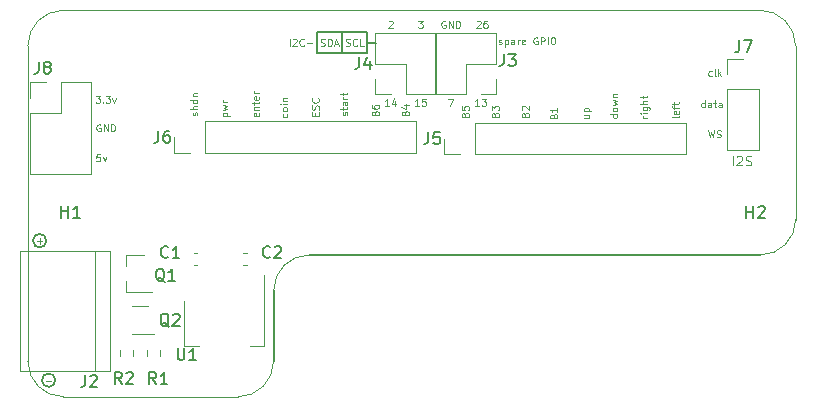
<source format=gbr>
G04 #@! TF.GenerationSoftware,KiCad,Pcbnew,(6.0.1)*
G04 #@! TF.CreationDate,2022-12-09T13:40:03+00:00*
G04 #@! TF.ProjectId,retropie-minicade-hat,72657472-6f70-4696-952d-6d696e696361,rev?*
G04 #@! TF.SameCoordinates,Original*
G04 #@! TF.FileFunction,Legend,Top*
G04 #@! TF.FilePolarity,Positive*
%FSLAX46Y46*%
G04 Gerber Fmt 4.6, Leading zero omitted, Abs format (unit mm)*
G04 Created by KiCad (PCBNEW (6.0.1)) date 2022-12-09 13:40:03*
%MOMM*%
%LPD*%
G01*
G04 APERTURE LIST*
%ADD10C,0.150000*%
G04 #@! TA.AperFunction,Profile*
%ADD11C,0.100000*%
G04 #@! TD*
G04 #@! TA.AperFunction,Profile*
%ADD12C,0.150000*%
G04 #@! TD*
%ADD13C,0.090000*%
%ADD14C,0.100000*%
%ADD15C,0.120000*%
G04 APERTURE END LIST*
D10*
X107188000Y-50038000D02*
X107950000Y-50038000D01*
X102997000Y-49149000D02*
X107188000Y-49149000D01*
X107188000Y-49149000D02*
X107188000Y-50927000D01*
X107188000Y-50927000D02*
X102997000Y-50927000D01*
X102997000Y-50927000D02*
X102997000Y-49149000D01*
X80831961Y-78613000D02*
G75*
G03*
X80831961Y-78613000I-567961J0D01*
G01*
X105092500Y-49149000D02*
X105092500Y-50927000D01*
X80069961Y-66802000D02*
G75*
G03*
X80069961Y-66802000I-567961J0D01*
G01*
D11*
X143510000Y-65024000D02*
X143499680Y-50291999D01*
X78499680Y-50291999D02*
X78499680Y-77013320D01*
D12*
X99314000Y-77018556D02*
X99314000Y-71013528D01*
D11*
X96314005Y-80013321D02*
G75*
G03*
X99314000Y-77018556I-2J3000002D01*
G01*
X140499680Y-47291999D02*
X81499680Y-47291999D01*
X81499680Y-80013320D02*
X96314005Y-80013320D01*
X102313995Y-68018763D02*
G75*
G03*
X99314000Y-71013528I2J-3000002D01*
G01*
D12*
X140510005Y-68018764D02*
X102313995Y-68018764D01*
D11*
X143499680Y-50291999D02*
G75*
G03*
X140499680Y-47291999I-3000001J-1D01*
G01*
X81499680Y-47291999D02*
G75*
G03*
X78499680Y-50291999I1J-3000001D01*
G01*
X140510005Y-68018765D02*
G75*
G03*
X143510000Y-65024000I-2J3000002D01*
G01*
X78499680Y-77013320D02*
G75*
G03*
X81499680Y-80013320I3000001J1D01*
G01*
D13*
X118067142Y-56122857D02*
X118095714Y-56037142D01*
X118124285Y-56008571D01*
X118181428Y-55980000D01*
X118267142Y-55980000D01*
X118324285Y-56008571D01*
X118352857Y-56037142D01*
X118381428Y-56094285D01*
X118381428Y-56322857D01*
X117781428Y-56322857D01*
X117781428Y-56122857D01*
X117810000Y-56065714D01*
X117838571Y-56037142D01*
X117895714Y-56008571D01*
X117952857Y-56008571D01*
X118010000Y-56037142D01*
X118038571Y-56065714D01*
X118067142Y-56122857D01*
X118067142Y-56322857D01*
X117781428Y-55780000D02*
X117781428Y-55408571D01*
X118010000Y-55608571D01*
X118010000Y-55522857D01*
X118038571Y-55465714D01*
X118067142Y-55437142D01*
X118124285Y-55408571D01*
X118267142Y-55408571D01*
X118324285Y-55437142D01*
X118352857Y-55465714D01*
X118381428Y-55522857D01*
X118381428Y-55694285D01*
X118352857Y-55751428D01*
X118324285Y-55780000D01*
X116509857Y-48242571D02*
X116538428Y-48214000D01*
X116595571Y-48185428D01*
X116738428Y-48185428D01*
X116795571Y-48214000D01*
X116824142Y-48242571D01*
X116852714Y-48299714D01*
X116852714Y-48356857D01*
X116824142Y-48442571D01*
X116481285Y-48785428D01*
X116852714Y-48785428D01*
X117367000Y-48185428D02*
X117252714Y-48185428D01*
X117195571Y-48214000D01*
X117167000Y-48242571D01*
X117109857Y-48328285D01*
X117081285Y-48442571D01*
X117081285Y-48671142D01*
X117109857Y-48728285D01*
X117138428Y-48756857D01*
X117195571Y-48785428D01*
X117309857Y-48785428D01*
X117367000Y-48756857D01*
X117395571Y-48728285D01*
X117424142Y-48671142D01*
X117424142Y-48528285D01*
X117395571Y-48471142D01*
X117367000Y-48442571D01*
X117309857Y-48414000D01*
X117195571Y-48414000D01*
X117138428Y-48442571D01*
X117109857Y-48471142D01*
X117081285Y-48528285D01*
X109048571Y-48242571D02*
X109077142Y-48214000D01*
X109134285Y-48185428D01*
X109277142Y-48185428D01*
X109334285Y-48214000D01*
X109362857Y-48242571D01*
X109391428Y-48299714D01*
X109391428Y-48356857D01*
X109362857Y-48442571D01*
X109020000Y-48785428D01*
X109391428Y-48785428D01*
X115527142Y-56122857D02*
X115555714Y-56037142D01*
X115584285Y-56008571D01*
X115641428Y-55980000D01*
X115727142Y-55980000D01*
X115784285Y-56008571D01*
X115812857Y-56037142D01*
X115841428Y-56094285D01*
X115841428Y-56322857D01*
X115241428Y-56322857D01*
X115241428Y-56122857D01*
X115270000Y-56065714D01*
X115298571Y-56037142D01*
X115355714Y-56008571D01*
X115412857Y-56008571D01*
X115470000Y-56037142D01*
X115498571Y-56065714D01*
X115527142Y-56122857D01*
X115527142Y-56322857D01*
X115241428Y-55437142D02*
X115241428Y-55722857D01*
X115527142Y-55751428D01*
X115498571Y-55722857D01*
X115470000Y-55665714D01*
X115470000Y-55522857D01*
X115498571Y-55465714D01*
X115527142Y-55437142D01*
X115584285Y-55408571D01*
X115727142Y-55408571D01*
X115784285Y-55437142D01*
X115812857Y-55465714D01*
X115841428Y-55522857D01*
X115841428Y-55665714D01*
X115812857Y-55722857D01*
X115784285Y-55751428D01*
X113842857Y-48214000D02*
X113785714Y-48185428D01*
X113700000Y-48185428D01*
X113614285Y-48214000D01*
X113557142Y-48271142D01*
X113528571Y-48328285D01*
X113500000Y-48442571D01*
X113500000Y-48528285D01*
X113528571Y-48642571D01*
X113557142Y-48699714D01*
X113614285Y-48756857D01*
X113700000Y-48785428D01*
X113757142Y-48785428D01*
X113842857Y-48756857D01*
X113871428Y-48728285D01*
X113871428Y-48528285D01*
X113757142Y-48528285D01*
X114128571Y-48785428D02*
X114128571Y-48185428D01*
X114471428Y-48785428D01*
X114471428Y-48185428D01*
X114757142Y-48785428D02*
X114757142Y-48185428D01*
X114900000Y-48185428D01*
X114985714Y-48214000D01*
X115042857Y-48271142D01*
X115071428Y-48328285D01*
X115100000Y-48442571D01*
X115100000Y-48528285D01*
X115071428Y-48642571D01*
X115042857Y-48699714D01*
X114985714Y-48756857D01*
X114900000Y-48785428D01*
X114757142Y-48785428D01*
X135812285Y-55516428D02*
X135812285Y-54916428D01*
X135812285Y-55487857D02*
X135755142Y-55516428D01*
X135640857Y-55516428D01*
X135583714Y-55487857D01*
X135555142Y-55459285D01*
X135526571Y-55402142D01*
X135526571Y-55230714D01*
X135555142Y-55173571D01*
X135583714Y-55145000D01*
X135640857Y-55116428D01*
X135755142Y-55116428D01*
X135812285Y-55145000D01*
X136355142Y-55516428D02*
X136355142Y-55202142D01*
X136326571Y-55145000D01*
X136269428Y-55116428D01*
X136155142Y-55116428D01*
X136098000Y-55145000D01*
X136355142Y-55487857D02*
X136298000Y-55516428D01*
X136155142Y-55516428D01*
X136098000Y-55487857D01*
X136069428Y-55430714D01*
X136069428Y-55373571D01*
X136098000Y-55316428D01*
X136155142Y-55287857D01*
X136298000Y-55287857D01*
X136355142Y-55259285D01*
X136555142Y-55116428D02*
X136783714Y-55116428D01*
X136640857Y-54916428D02*
X136640857Y-55430714D01*
X136669428Y-55487857D01*
X136726571Y-55516428D01*
X136783714Y-55516428D01*
X137240857Y-55516428D02*
X137240857Y-55202142D01*
X137212285Y-55145000D01*
X137155142Y-55116428D01*
X137040857Y-55116428D01*
X136983714Y-55145000D01*
X137240857Y-55487857D02*
X137183714Y-55516428D01*
X137040857Y-55516428D01*
X136983714Y-55487857D01*
X136955142Y-55430714D01*
X136955142Y-55373571D01*
X136983714Y-55316428D01*
X137040857Y-55287857D01*
X137183714Y-55287857D01*
X137240857Y-55259285D01*
X107907142Y-55995857D02*
X107935714Y-55910142D01*
X107964285Y-55881571D01*
X108021428Y-55853000D01*
X108107142Y-55853000D01*
X108164285Y-55881571D01*
X108192857Y-55910142D01*
X108221428Y-55967285D01*
X108221428Y-56195857D01*
X107621428Y-56195857D01*
X107621428Y-55995857D01*
X107650000Y-55938714D01*
X107678571Y-55910142D01*
X107735714Y-55881571D01*
X107792857Y-55881571D01*
X107850000Y-55910142D01*
X107878571Y-55938714D01*
X107907142Y-55995857D01*
X107907142Y-56195857D01*
X107621428Y-55338714D02*
X107621428Y-55453000D01*
X107650000Y-55510142D01*
X107678571Y-55538714D01*
X107764285Y-55595857D01*
X107878571Y-55624428D01*
X108107142Y-55624428D01*
X108164285Y-55595857D01*
X108192857Y-55567285D01*
X108221428Y-55510142D01*
X108221428Y-55395857D01*
X108192857Y-55338714D01*
X108164285Y-55310142D01*
X108107142Y-55281571D01*
X107964285Y-55281571D01*
X107907142Y-55310142D01*
X107878571Y-55338714D01*
X107850000Y-55395857D01*
X107850000Y-55510142D01*
X107878571Y-55567285D01*
X107907142Y-55595857D01*
X107964285Y-55624428D01*
X136394857Y-52820857D02*
X136337714Y-52849428D01*
X136223428Y-52849428D01*
X136166285Y-52820857D01*
X136137714Y-52792285D01*
X136109142Y-52735142D01*
X136109142Y-52563714D01*
X136137714Y-52506571D01*
X136166285Y-52478000D01*
X136223428Y-52449428D01*
X136337714Y-52449428D01*
X136394857Y-52478000D01*
X136737714Y-52849428D02*
X136680571Y-52820857D01*
X136652000Y-52763714D01*
X136652000Y-52249428D01*
X136966285Y-52849428D02*
X136966285Y-52249428D01*
X137023428Y-52620857D02*
X137194857Y-52849428D01*
X137194857Y-52449428D02*
X136966285Y-52678000D01*
X125601428Y-56149857D02*
X126001428Y-56149857D01*
X125601428Y-56407000D02*
X125915714Y-56407000D01*
X125972857Y-56378428D01*
X126001428Y-56321285D01*
X126001428Y-56235571D01*
X125972857Y-56178428D01*
X125944285Y-56149857D01*
X125601428Y-55864142D02*
X126201428Y-55864142D01*
X125630000Y-55864142D02*
X125601428Y-55807000D01*
X125601428Y-55692714D01*
X125630000Y-55635571D01*
X125658571Y-55607000D01*
X125715714Y-55578428D01*
X125887142Y-55578428D01*
X125944285Y-55607000D01*
X125972857Y-55635571D01*
X126001428Y-55692714D01*
X126001428Y-55807000D01*
X125972857Y-55864142D01*
X111560000Y-48185428D02*
X111931428Y-48185428D01*
X111731428Y-48414000D01*
X111817142Y-48414000D01*
X111874285Y-48442571D01*
X111902857Y-48471142D01*
X111931428Y-48528285D01*
X111931428Y-48671142D01*
X111902857Y-48728285D01*
X111874285Y-48756857D01*
X111817142Y-48785428D01*
X111645714Y-48785428D01*
X111588571Y-48756857D01*
X111560000Y-48728285D01*
X92825857Y-56187857D02*
X92854428Y-56130714D01*
X92854428Y-56016428D01*
X92825857Y-55959285D01*
X92768714Y-55930714D01*
X92740142Y-55930714D01*
X92683000Y-55959285D01*
X92654428Y-56016428D01*
X92654428Y-56102142D01*
X92625857Y-56159285D01*
X92568714Y-56187857D01*
X92540142Y-56187857D01*
X92483000Y-56159285D01*
X92454428Y-56102142D01*
X92454428Y-56016428D01*
X92483000Y-55959285D01*
X92854428Y-55673571D02*
X92254428Y-55673571D01*
X92854428Y-55416428D02*
X92540142Y-55416428D01*
X92483000Y-55445000D01*
X92454428Y-55502142D01*
X92454428Y-55587857D01*
X92483000Y-55645000D01*
X92511571Y-55673571D01*
X92854428Y-54873571D02*
X92254428Y-54873571D01*
X92825857Y-54873571D02*
X92854428Y-54930714D01*
X92854428Y-55045000D01*
X92825857Y-55102142D01*
X92797285Y-55130714D01*
X92740142Y-55159285D01*
X92568714Y-55159285D01*
X92511571Y-55130714D01*
X92483000Y-55102142D01*
X92454428Y-55045000D01*
X92454428Y-54930714D01*
X92483000Y-54873571D01*
X92454428Y-54587857D02*
X92854428Y-54587857D01*
X92511571Y-54587857D02*
X92483000Y-54559285D01*
X92454428Y-54502142D01*
X92454428Y-54416428D01*
X92483000Y-54359285D01*
X92540142Y-54330714D01*
X92854428Y-54330714D01*
X136109142Y-57456428D02*
X136252000Y-58056428D01*
X136366285Y-57627857D01*
X136480571Y-58056428D01*
X136623428Y-57456428D01*
X136823428Y-58027857D02*
X136909142Y-58056428D01*
X137052000Y-58056428D01*
X137109142Y-58027857D01*
X137137714Y-57999285D01*
X137166285Y-57942142D01*
X137166285Y-57885000D01*
X137137714Y-57827857D01*
X137109142Y-57799285D01*
X137052000Y-57770714D01*
X136937714Y-57742142D01*
X136880571Y-57713571D01*
X136852000Y-57685000D01*
X136823428Y-57627857D01*
X136823428Y-57570714D01*
X136852000Y-57513571D01*
X136880571Y-57485000D01*
X136937714Y-57456428D01*
X137080571Y-57456428D01*
X137166285Y-57485000D01*
X120607142Y-56122857D02*
X120635714Y-56037142D01*
X120664285Y-56008571D01*
X120721428Y-55980000D01*
X120807142Y-55980000D01*
X120864285Y-56008571D01*
X120892857Y-56037142D01*
X120921428Y-56094285D01*
X120921428Y-56322857D01*
X120321428Y-56322857D01*
X120321428Y-56122857D01*
X120350000Y-56065714D01*
X120378571Y-56037142D01*
X120435714Y-56008571D01*
X120492857Y-56008571D01*
X120550000Y-56037142D01*
X120578571Y-56065714D01*
X120607142Y-56122857D01*
X120607142Y-56322857D01*
X120378571Y-55751428D02*
X120350000Y-55722857D01*
X120321428Y-55665714D01*
X120321428Y-55522857D01*
X120350000Y-55465714D01*
X120378571Y-55437142D01*
X120435714Y-55408571D01*
X120492857Y-55408571D01*
X120578571Y-55437142D01*
X120921428Y-55780000D01*
X120921428Y-55408571D01*
X102827142Y-56213285D02*
X102827142Y-56013285D01*
X103141428Y-55927571D02*
X103141428Y-56213285D01*
X102541428Y-56213285D01*
X102541428Y-55927571D01*
X103112857Y-55699000D02*
X103141428Y-55613285D01*
X103141428Y-55470428D01*
X103112857Y-55413285D01*
X103084285Y-55384714D01*
X103027142Y-55356142D01*
X102970000Y-55356142D01*
X102912857Y-55384714D01*
X102884285Y-55413285D01*
X102855714Y-55470428D01*
X102827142Y-55584714D01*
X102798571Y-55641857D01*
X102770000Y-55670428D01*
X102712857Y-55699000D01*
X102655714Y-55699000D01*
X102598571Y-55670428D01*
X102570000Y-55641857D01*
X102541428Y-55584714D01*
X102541428Y-55441857D01*
X102570000Y-55356142D01*
X103084285Y-54756142D02*
X103112857Y-54784714D01*
X103141428Y-54870428D01*
X103141428Y-54927571D01*
X103112857Y-55013285D01*
X103055714Y-55070428D01*
X102998571Y-55099000D01*
X102884285Y-55127571D01*
X102798571Y-55127571D01*
X102684285Y-55099000D01*
X102627142Y-55070428D01*
X102570000Y-55013285D01*
X102541428Y-54927571D01*
X102541428Y-54870428D01*
X102570000Y-54784714D01*
X102598571Y-54756142D01*
X84232857Y-54535428D02*
X84604285Y-54535428D01*
X84404285Y-54764000D01*
X84490000Y-54764000D01*
X84547142Y-54792571D01*
X84575714Y-54821142D01*
X84604285Y-54878285D01*
X84604285Y-55021142D01*
X84575714Y-55078285D01*
X84547142Y-55106857D01*
X84490000Y-55135428D01*
X84318571Y-55135428D01*
X84261428Y-55106857D01*
X84232857Y-55078285D01*
X84861428Y-55078285D02*
X84890000Y-55106857D01*
X84861428Y-55135428D01*
X84832857Y-55106857D01*
X84861428Y-55078285D01*
X84861428Y-55135428D01*
X85090000Y-54535428D02*
X85461428Y-54535428D01*
X85261428Y-54764000D01*
X85347142Y-54764000D01*
X85404285Y-54792571D01*
X85432857Y-54821142D01*
X85461428Y-54878285D01*
X85461428Y-55021142D01*
X85432857Y-55078285D01*
X85404285Y-55106857D01*
X85347142Y-55135428D01*
X85175714Y-55135428D01*
X85118571Y-55106857D01*
X85090000Y-55078285D01*
X85661428Y-54735428D02*
X85804285Y-55135428D01*
X85947142Y-54735428D01*
X100673285Y-50309428D02*
X100673285Y-49709428D01*
X100930428Y-49766571D02*
X100959000Y-49738000D01*
X101016142Y-49709428D01*
X101159000Y-49709428D01*
X101216142Y-49738000D01*
X101244714Y-49766571D01*
X101273285Y-49823714D01*
X101273285Y-49880857D01*
X101244714Y-49966571D01*
X100901857Y-50309428D01*
X101273285Y-50309428D01*
X101873285Y-50252285D02*
X101844714Y-50280857D01*
X101759000Y-50309428D01*
X101701857Y-50309428D01*
X101616142Y-50280857D01*
X101559000Y-50223714D01*
X101530428Y-50166571D01*
X101501857Y-50052285D01*
X101501857Y-49966571D01*
X101530428Y-49852285D01*
X101559000Y-49795142D01*
X101616142Y-49738000D01*
X101701857Y-49709428D01*
X101759000Y-49709428D01*
X101844714Y-49738000D01*
X101873285Y-49766571D01*
X102130428Y-50080857D02*
X102587571Y-50080857D01*
X103301857Y-50280857D02*
X103387571Y-50309428D01*
X103530428Y-50309428D01*
X103587571Y-50280857D01*
X103616142Y-50252285D01*
X103644714Y-50195142D01*
X103644714Y-50138000D01*
X103616142Y-50080857D01*
X103587571Y-50052285D01*
X103530428Y-50023714D01*
X103416142Y-49995142D01*
X103359000Y-49966571D01*
X103330428Y-49938000D01*
X103301857Y-49880857D01*
X103301857Y-49823714D01*
X103330428Y-49766571D01*
X103359000Y-49738000D01*
X103416142Y-49709428D01*
X103559000Y-49709428D01*
X103644714Y-49738000D01*
X103901857Y-50309428D02*
X103901857Y-49709428D01*
X104044714Y-49709428D01*
X104130428Y-49738000D01*
X104187571Y-49795142D01*
X104216142Y-49852285D01*
X104244714Y-49966571D01*
X104244714Y-50052285D01*
X104216142Y-50166571D01*
X104187571Y-50223714D01*
X104130428Y-50280857D01*
X104044714Y-50309428D01*
X103901857Y-50309428D01*
X104473285Y-50138000D02*
X104759000Y-50138000D01*
X104416142Y-50309428D02*
X104616142Y-49709428D01*
X104816142Y-50309428D01*
X105444714Y-50280857D02*
X105530428Y-50309428D01*
X105673285Y-50309428D01*
X105730428Y-50280857D01*
X105759000Y-50252285D01*
X105787571Y-50195142D01*
X105787571Y-50138000D01*
X105759000Y-50080857D01*
X105730428Y-50052285D01*
X105673285Y-50023714D01*
X105559000Y-49995142D01*
X105501857Y-49966571D01*
X105473285Y-49938000D01*
X105444714Y-49880857D01*
X105444714Y-49823714D01*
X105473285Y-49766571D01*
X105501857Y-49738000D01*
X105559000Y-49709428D01*
X105701857Y-49709428D01*
X105787571Y-49738000D01*
X106387571Y-50252285D02*
X106359000Y-50280857D01*
X106273285Y-50309428D01*
X106216142Y-50309428D01*
X106130428Y-50280857D01*
X106073285Y-50223714D01*
X106044714Y-50166571D01*
X106016142Y-50052285D01*
X106016142Y-49966571D01*
X106044714Y-49852285D01*
X106073285Y-49795142D01*
X106130428Y-49738000D01*
X106216142Y-49709428D01*
X106273285Y-49709428D01*
X106359000Y-49738000D01*
X106387571Y-49766571D01*
X106930428Y-50309428D02*
X106644714Y-50309428D01*
X106644714Y-49709428D01*
X111645714Y-55389428D02*
X111302857Y-55389428D01*
X111474285Y-55389428D02*
X111474285Y-54789428D01*
X111417142Y-54875142D01*
X111360000Y-54932285D01*
X111302857Y-54960857D01*
X112188571Y-54789428D02*
X111902857Y-54789428D01*
X111874285Y-55075142D01*
X111902857Y-55046571D01*
X111960000Y-55018000D01*
X112102857Y-55018000D01*
X112160000Y-55046571D01*
X112188571Y-55075142D01*
X112217142Y-55132285D01*
X112217142Y-55275142D01*
X112188571Y-55332285D01*
X112160000Y-55360857D01*
X112102857Y-55389428D01*
X111960000Y-55389428D01*
X111902857Y-55360857D01*
X111874285Y-55332285D01*
X79273428Y-66844857D02*
X79730571Y-66844857D01*
X79502000Y-67073428D02*
X79502000Y-66616285D01*
X118377000Y-50153857D02*
X118434142Y-50182428D01*
X118548428Y-50182428D01*
X118605571Y-50153857D01*
X118634142Y-50096714D01*
X118634142Y-50068142D01*
X118605571Y-50011000D01*
X118548428Y-49982428D01*
X118462714Y-49982428D01*
X118405571Y-49953857D01*
X118377000Y-49896714D01*
X118377000Y-49868142D01*
X118405571Y-49811000D01*
X118462714Y-49782428D01*
X118548428Y-49782428D01*
X118605571Y-49811000D01*
X118891285Y-49782428D02*
X118891285Y-50382428D01*
X118891285Y-49811000D02*
X118948428Y-49782428D01*
X119062714Y-49782428D01*
X119119857Y-49811000D01*
X119148428Y-49839571D01*
X119177000Y-49896714D01*
X119177000Y-50068142D01*
X119148428Y-50125285D01*
X119119857Y-50153857D01*
X119062714Y-50182428D01*
X118948428Y-50182428D01*
X118891285Y-50153857D01*
X119691285Y-50182428D02*
X119691285Y-49868142D01*
X119662714Y-49811000D01*
X119605571Y-49782428D01*
X119491285Y-49782428D01*
X119434142Y-49811000D01*
X119691285Y-50153857D02*
X119634142Y-50182428D01*
X119491285Y-50182428D01*
X119434142Y-50153857D01*
X119405571Y-50096714D01*
X119405571Y-50039571D01*
X119434142Y-49982428D01*
X119491285Y-49953857D01*
X119634142Y-49953857D01*
X119691285Y-49925285D01*
X119977000Y-50182428D02*
X119977000Y-49782428D01*
X119977000Y-49896714D02*
X120005571Y-49839571D01*
X120034142Y-49811000D01*
X120091285Y-49782428D01*
X120148428Y-49782428D01*
X120577000Y-50153857D02*
X120519857Y-50182428D01*
X120405571Y-50182428D01*
X120348428Y-50153857D01*
X120319857Y-50096714D01*
X120319857Y-49868142D01*
X120348428Y-49811000D01*
X120405571Y-49782428D01*
X120519857Y-49782428D01*
X120577000Y-49811000D01*
X120605571Y-49868142D01*
X120605571Y-49925285D01*
X120319857Y-49982428D01*
X121634142Y-49611000D02*
X121577000Y-49582428D01*
X121491285Y-49582428D01*
X121405571Y-49611000D01*
X121348428Y-49668142D01*
X121319857Y-49725285D01*
X121291285Y-49839571D01*
X121291285Y-49925285D01*
X121319857Y-50039571D01*
X121348428Y-50096714D01*
X121405571Y-50153857D01*
X121491285Y-50182428D01*
X121548428Y-50182428D01*
X121634142Y-50153857D01*
X121662714Y-50125285D01*
X121662714Y-49925285D01*
X121548428Y-49925285D01*
X121919857Y-50182428D02*
X121919857Y-49582428D01*
X122148428Y-49582428D01*
X122205571Y-49611000D01*
X122234142Y-49639571D01*
X122262714Y-49696714D01*
X122262714Y-49782428D01*
X122234142Y-49839571D01*
X122205571Y-49868142D01*
X122148428Y-49896714D01*
X121919857Y-49896714D01*
X122519857Y-50182428D02*
X122519857Y-49582428D01*
X122919857Y-49582428D02*
X123034142Y-49582428D01*
X123091285Y-49611000D01*
X123148428Y-49668142D01*
X123177000Y-49782428D01*
X123177000Y-49982428D01*
X123148428Y-50096714D01*
X123091285Y-50153857D01*
X123034142Y-50182428D01*
X122919857Y-50182428D01*
X122862714Y-50153857D01*
X122805571Y-50096714D01*
X122777000Y-49982428D01*
X122777000Y-49782428D01*
X122805571Y-49668142D01*
X122862714Y-49611000D01*
X122919857Y-49582428D01*
X84623285Y-59488428D02*
X84337571Y-59488428D01*
X84309000Y-59774142D01*
X84337571Y-59745571D01*
X84394714Y-59717000D01*
X84537571Y-59717000D01*
X84594714Y-59745571D01*
X84623285Y-59774142D01*
X84651857Y-59831285D01*
X84651857Y-59974142D01*
X84623285Y-60031285D01*
X84594714Y-60059857D01*
X84537571Y-60088428D01*
X84394714Y-60088428D01*
X84337571Y-60059857D01*
X84309000Y-60031285D01*
X84851857Y-59688428D02*
X84994714Y-60088428D01*
X85137571Y-59688428D01*
X110447142Y-55995857D02*
X110475714Y-55910142D01*
X110504285Y-55881571D01*
X110561428Y-55853000D01*
X110647142Y-55853000D01*
X110704285Y-55881571D01*
X110732857Y-55910142D01*
X110761428Y-55967285D01*
X110761428Y-56195857D01*
X110161428Y-56195857D01*
X110161428Y-55995857D01*
X110190000Y-55938714D01*
X110218571Y-55910142D01*
X110275714Y-55881571D01*
X110332857Y-55881571D01*
X110390000Y-55910142D01*
X110418571Y-55938714D01*
X110447142Y-55995857D01*
X110447142Y-56195857D01*
X110361428Y-55338714D02*
X110761428Y-55338714D01*
X110132857Y-55481571D02*
X110561428Y-55624428D01*
X110561428Y-55253000D01*
X84632857Y-56977000D02*
X84575714Y-56948428D01*
X84490000Y-56948428D01*
X84404285Y-56977000D01*
X84347142Y-57034142D01*
X84318571Y-57091285D01*
X84290000Y-57205571D01*
X84290000Y-57291285D01*
X84318571Y-57405571D01*
X84347142Y-57462714D01*
X84404285Y-57519857D01*
X84490000Y-57548428D01*
X84547142Y-57548428D01*
X84632857Y-57519857D01*
X84661428Y-57491285D01*
X84661428Y-57291285D01*
X84547142Y-57291285D01*
X84918571Y-57548428D02*
X84918571Y-56948428D01*
X85261428Y-57548428D01*
X85261428Y-56948428D01*
X85547142Y-57548428D02*
X85547142Y-56948428D01*
X85690000Y-56948428D01*
X85775714Y-56977000D01*
X85832857Y-57034142D01*
X85861428Y-57091285D01*
X85890000Y-57205571D01*
X85890000Y-57291285D01*
X85861428Y-57405571D01*
X85832857Y-57462714D01*
X85775714Y-57519857D01*
X85690000Y-57548428D01*
X85547142Y-57548428D01*
X80035428Y-78655857D02*
X80492571Y-78655857D01*
X123020142Y-56249857D02*
X123048714Y-56164142D01*
X123077285Y-56135571D01*
X123134428Y-56107000D01*
X123220142Y-56107000D01*
X123277285Y-56135571D01*
X123305857Y-56164142D01*
X123334428Y-56221285D01*
X123334428Y-56449857D01*
X122734428Y-56449857D01*
X122734428Y-56249857D01*
X122763000Y-56192714D01*
X122791571Y-56164142D01*
X122848714Y-56135571D01*
X122905857Y-56135571D01*
X122963000Y-56164142D01*
X122991571Y-56192714D01*
X123020142Y-56249857D01*
X123020142Y-56449857D01*
X123334428Y-55535571D02*
X123334428Y-55878428D01*
X123334428Y-55707000D02*
X122734428Y-55707000D01*
X122820142Y-55764142D01*
X122877285Y-55821285D01*
X122905857Y-55878428D01*
X114100000Y-54789428D02*
X114500000Y-54789428D01*
X114242857Y-55389428D01*
D14*
X138176095Y-60432904D02*
X138176095Y-59632904D01*
X138518952Y-59709095D02*
X138557047Y-59671000D01*
X138633238Y-59632904D01*
X138823714Y-59632904D01*
X138899904Y-59671000D01*
X138938000Y-59709095D01*
X138976095Y-59785285D01*
X138976095Y-59861476D01*
X138938000Y-59975761D01*
X138480857Y-60432904D01*
X138976095Y-60432904D01*
X139280857Y-60394809D02*
X139395142Y-60432904D01*
X139585619Y-60432904D01*
X139661809Y-60394809D01*
X139699904Y-60356714D01*
X139738000Y-60280523D01*
X139738000Y-60204333D01*
X139699904Y-60128142D01*
X139661809Y-60090047D01*
X139585619Y-60051952D01*
X139433238Y-60013857D01*
X139357047Y-59975761D01*
X139318952Y-59937666D01*
X139280857Y-59861476D01*
X139280857Y-59785285D01*
X139318952Y-59709095D01*
X139357047Y-59671000D01*
X139433238Y-59632904D01*
X139623714Y-59632904D01*
X139738000Y-59671000D01*
D13*
X98032857Y-56016428D02*
X98061428Y-56073571D01*
X98061428Y-56187857D01*
X98032857Y-56245000D01*
X97975714Y-56273571D01*
X97747142Y-56273571D01*
X97690000Y-56245000D01*
X97661428Y-56187857D01*
X97661428Y-56073571D01*
X97690000Y-56016428D01*
X97747142Y-55987857D01*
X97804285Y-55987857D01*
X97861428Y-56273571D01*
X97661428Y-55730714D02*
X98061428Y-55730714D01*
X97718571Y-55730714D02*
X97690000Y-55702142D01*
X97661428Y-55645000D01*
X97661428Y-55559285D01*
X97690000Y-55502142D01*
X97747142Y-55473571D01*
X98061428Y-55473571D01*
X97661428Y-55273571D02*
X97661428Y-55045000D01*
X97461428Y-55187857D02*
X97975714Y-55187857D01*
X98032857Y-55159285D01*
X98061428Y-55102142D01*
X98061428Y-55045000D01*
X98032857Y-54616428D02*
X98061428Y-54673571D01*
X98061428Y-54787857D01*
X98032857Y-54845000D01*
X97975714Y-54873571D01*
X97747142Y-54873571D01*
X97690000Y-54845000D01*
X97661428Y-54787857D01*
X97661428Y-54673571D01*
X97690000Y-54616428D01*
X97747142Y-54587857D01*
X97804285Y-54587857D01*
X97861428Y-54873571D01*
X98061428Y-54330714D02*
X97661428Y-54330714D01*
X97775714Y-54330714D02*
X97718571Y-54302142D01*
X97690000Y-54273571D01*
X97661428Y-54216428D01*
X97661428Y-54159285D01*
X105525857Y-56173571D02*
X105554428Y-56116428D01*
X105554428Y-56002142D01*
X105525857Y-55945000D01*
X105468714Y-55916428D01*
X105440142Y-55916428D01*
X105383000Y-55945000D01*
X105354428Y-56002142D01*
X105354428Y-56087857D01*
X105325857Y-56145000D01*
X105268714Y-56173571D01*
X105240142Y-56173571D01*
X105183000Y-56145000D01*
X105154428Y-56087857D01*
X105154428Y-56002142D01*
X105183000Y-55945000D01*
X105154428Y-55745000D02*
X105154428Y-55516428D01*
X104954428Y-55659285D02*
X105468714Y-55659285D01*
X105525857Y-55630714D01*
X105554428Y-55573571D01*
X105554428Y-55516428D01*
X105554428Y-55059285D02*
X105240142Y-55059285D01*
X105183000Y-55087857D01*
X105154428Y-55145000D01*
X105154428Y-55259285D01*
X105183000Y-55316428D01*
X105525857Y-55059285D02*
X105554428Y-55116428D01*
X105554428Y-55259285D01*
X105525857Y-55316428D01*
X105468714Y-55345000D01*
X105411571Y-55345000D01*
X105354428Y-55316428D01*
X105325857Y-55259285D01*
X105325857Y-55116428D01*
X105297285Y-55059285D01*
X105554428Y-54773571D02*
X105154428Y-54773571D01*
X105268714Y-54773571D02*
X105211571Y-54745000D01*
X105183000Y-54716428D01*
X105154428Y-54659285D01*
X105154428Y-54602142D01*
X105154428Y-54487857D02*
X105154428Y-54259285D01*
X104954428Y-54402142D02*
X105468714Y-54402142D01*
X105525857Y-54373571D01*
X105554428Y-54316428D01*
X105554428Y-54259285D01*
X128414428Y-56100571D02*
X127814428Y-56100571D01*
X128385857Y-56100571D02*
X128414428Y-56157714D01*
X128414428Y-56272000D01*
X128385857Y-56329142D01*
X128357285Y-56357714D01*
X128300142Y-56386285D01*
X128128714Y-56386285D01*
X128071571Y-56357714D01*
X128043000Y-56329142D01*
X128014428Y-56272000D01*
X128014428Y-56157714D01*
X128043000Y-56100571D01*
X128414428Y-55729142D02*
X128385857Y-55786285D01*
X128357285Y-55814857D01*
X128300142Y-55843428D01*
X128128714Y-55843428D01*
X128071571Y-55814857D01*
X128043000Y-55786285D01*
X128014428Y-55729142D01*
X128014428Y-55643428D01*
X128043000Y-55586285D01*
X128071571Y-55557714D01*
X128128714Y-55529142D01*
X128300142Y-55529142D01*
X128357285Y-55557714D01*
X128385857Y-55586285D01*
X128414428Y-55643428D01*
X128414428Y-55729142D01*
X128014428Y-55329142D02*
X128414428Y-55214857D01*
X128128714Y-55100571D01*
X128414428Y-54986285D01*
X128014428Y-54872000D01*
X128014428Y-54643428D02*
X128414428Y-54643428D01*
X128071571Y-54643428D02*
X128043000Y-54614857D01*
X128014428Y-54557714D01*
X128014428Y-54472000D01*
X128043000Y-54414857D01*
X128100142Y-54386285D01*
X128414428Y-54386285D01*
X109105714Y-55389428D02*
X108762857Y-55389428D01*
X108934285Y-55389428D02*
X108934285Y-54789428D01*
X108877142Y-54875142D01*
X108820000Y-54932285D01*
X108762857Y-54960857D01*
X109620000Y-54989428D02*
X109620000Y-55389428D01*
X109477142Y-54760857D02*
X109334285Y-55189428D01*
X109705714Y-55189428D01*
X100445857Y-56041857D02*
X100474428Y-56099000D01*
X100474428Y-56213285D01*
X100445857Y-56270428D01*
X100417285Y-56299000D01*
X100360142Y-56327571D01*
X100188714Y-56327571D01*
X100131571Y-56299000D01*
X100103000Y-56270428D01*
X100074428Y-56213285D01*
X100074428Y-56099000D01*
X100103000Y-56041857D01*
X100474428Y-55699000D02*
X100445857Y-55756142D01*
X100417285Y-55784714D01*
X100360142Y-55813285D01*
X100188714Y-55813285D01*
X100131571Y-55784714D01*
X100103000Y-55756142D01*
X100074428Y-55699000D01*
X100074428Y-55613285D01*
X100103000Y-55556142D01*
X100131571Y-55527571D01*
X100188714Y-55499000D01*
X100360142Y-55499000D01*
X100417285Y-55527571D01*
X100445857Y-55556142D01*
X100474428Y-55613285D01*
X100474428Y-55699000D01*
X100474428Y-55241857D02*
X100074428Y-55241857D01*
X99874428Y-55241857D02*
X99903000Y-55270428D01*
X99931571Y-55241857D01*
X99903000Y-55213285D01*
X99874428Y-55241857D01*
X99931571Y-55241857D01*
X100074428Y-54956142D02*
X100474428Y-54956142D01*
X100131571Y-54956142D02*
X100103000Y-54927571D01*
X100074428Y-54870428D01*
X100074428Y-54784714D01*
X100103000Y-54727571D01*
X100160142Y-54699000D01*
X100474428Y-54699000D01*
X94994428Y-56254571D02*
X95594428Y-56254571D01*
X95023000Y-56254571D02*
X94994428Y-56197428D01*
X94994428Y-56083142D01*
X95023000Y-56026000D01*
X95051571Y-55997428D01*
X95108714Y-55968857D01*
X95280142Y-55968857D01*
X95337285Y-55997428D01*
X95365857Y-56026000D01*
X95394428Y-56083142D01*
X95394428Y-56197428D01*
X95365857Y-56254571D01*
X94994428Y-55768857D02*
X95394428Y-55654571D01*
X95108714Y-55540285D01*
X95394428Y-55426000D01*
X94994428Y-55311714D01*
X95394428Y-55083142D02*
X94994428Y-55083142D01*
X95108714Y-55083142D02*
X95051571Y-55054571D01*
X95023000Y-55026000D01*
X94994428Y-54968857D01*
X94994428Y-54911714D01*
X116725714Y-55389428D02*
X116382857Y-55389428D01*
X116554285Y-55389428D02*
X116554285Y-54789428D01*
X116497142Y-54875142D01*
X116440000Y-54932285D01*
X116382857Y-54960857D01*
X116925714Y-54789428D02*
X117297142Y-54789428D01*
X117097142Y-55018000D01*
X117182857Y-55018000D01*
X117240000Y-55046571D01*
X117268571Y-55075142D01*
X117297142Y-55132285D01*
X117297142Y-55275142D01*
X117268571Y-55332285D01*
X117240000Y-55360857D01*
X117182857Y-55389428D01*
X117011428Y-55389428D01*
X116954285Y-55360857D01*
X116925714Y-55332285D01*
X133621428Y-56281571D02*
X133592857Y-56338714D01*
X133535714Y-56367285D01*
X133021428Y-56367285D01*
X133592857Y-55824428D02*
X133621428Y-55881571D01*
X133621428Y-55995857D01*
X133592857Y-56053000D01*
X133535714Y-56081571D01*
X133307142Y-56081571D01*
X133250000Y-56053000D01*
X133221428Y-55995857D01*
X133221428Y-55881571D01*
X133250000Y-55824428D01*
X133307142Y-55795857D01*
X133364285Y-55795857D01*
X133421428Y-56081571D01*
X133221428Y-55624428D02*
X133221428Y-55395857D01*
X133621428Y-55538714D02*
X133107142Y-55538714D01*
X133050000Y-55510142D01*
X133021428Y-55453000D01*
X133021428Y-55395857D01*
X133221428Y-55281571D02*
X133221428Y-55053000D01*
X133021428Y-55195857D02*
X133535714Y-55195857D01*
X133592857Y-55167285D01*
X133621428Y-55110142D01*
X133621428Y-55053000D01*
X130954428Y-56399000D02*
X130554428Y-56399000D01*
X130668714Y-56399000D02*
X130611571Y-56370428D01*
X130583000Y-56341857D01*
X130554428Y-56284714D01*
X130554428Y-56227571D01*
X130954428Y-56027571D02*
X130554428Y-56027571D01*
X130354428Y-56027571D02*
X130383000Y-56056142D01*
X130411571Y-56027571D01*
X130383000Y-55999000D01*
X130354428Y-56027571D01*
X130411571Y-56027571D01*
X130554428Y-55484714D02*
X131040142Y-55484714D01*
X131097285Y-55513285D01*
X131125857Y-55541857D01*
X131154428Y-55599000D01*
X131154428Y-55684714D01*
X131125857Y-55741857D01*
X130925857Y-55484714D02*
X130954428Y-55541857D01*
X130954428Y-55656142D01*
X130925857Y-55713285D01*
X130897285Y-55741857D01*
X130840142Y-55770428D01*
X130668714Y-55770428D01*
X130611571Y-55741857D01*
X130583000Y-55713285D01*
X130554428Y-55656142D01*
X130554428Y-55541857D01*
X130583000Y-55484714D01*
X130954428Y-55199000D02*
X130354428Y-55199000D01*
X130954428Y-54941857D02*
X130640142Y-54941857D01*
X130583000Y-54970428D01*
X130554428Y-55027571D01*
X130554428Y-55113285D01*
X130583000Y-55170428D01*
X130611571Y-55199000D01*
X130554428Y-54741857D02*
X130554428Y-54513285D01*
X130354428Y-54656142D02*
X130868714Y-54656142D01*
X130925857Y-54627571D01*
X130954428Y-54570428D01*
X130954428Y-54513285D01*
D10*
X81338095Y-64852380D02*
X81338095Y-63852380D01*
X81338095Y-64328571D02*
X81909523Y-64328571D01*
X81909523Y-64852380D02*
X81909523Y-63852380D01*
X82909523Y-64852380D02*
X82338095Y-64852380D01*
X82623809Y-64852380D02*
X82623809Y-63852380D01*
X82528571Y-63995238D01*
X82433333Y-64090476D01*
X82338095Y-64138095D01*
X139338095Y-64872380D02*
X139338095Y-63872380D01*
X139338095Y-64348571D02*
X139909523Y-64348571D01*
X139909523Y-64872380D02*
X139909523Y-63872380D01*
X140338095Y-63967619D02*
X140385714Y-63920000D01*
X140480952Y-63872380D01*
X140719047Y-63872380D01*
X140814285Y-63920000D01*
X140861904Y-63967619D01*
X140909523Y-64062857D01*
X140909523Y-64158095D01*
X140861904Y-64300952D01*
X140290476Y-64872380D01*
X140909523Y-64872380D01*
X89368333Y-78938380D02*
X89035000Y-78462190D01*
X88796904Y-78938380D02*
X88796904Y-77938380D01*
X89177857Y-77938380D01*
X89273095Y-77986000D01*
X89320714Y-78033619D01*
X89368333Y-78128857D01*
X89368333Y-78271714D01*
X89320714Y-78366952D01*
X89273095Y-78414571D01*
X89177857Y-78462190D01*
X88796904Y-78462190D01*
X90320714Y-78938380D02*
X89749285Y-78938380D01*
X90035000Y-78938380D02*
X90035000Y-77938380D01*
X89939761Y-78081238D01*
X89844523Y-78176476D01*
X89749285Y-78224095D01*
X86447333Y-78938380D02*
X86114000Y-78462190D01*
X85875904Y-78938380D02*
X85875904Y-77938380D01*
X86256857Y-77938380D01*
X86352095Y-77986000D01*
X86399714Y-78033619D01*
X86447333Y-78128857D01*
X86447333Y-78271714D01*
X86399714Y-78366952D01*
X86352095Y-78414571D01*
X86256857Y-78462190D01*
X85875904Y-78462190D01*
X86828285Y-78033619D02*
X86875904Y-77986000D01*
X86971142Y-77938380D01*
X87209238Y-77938380D01*
X87304476Y-77986000D01*
X87352095Y-78033619D01*
X87399714Y-78128857D01*
X87399714Y-78224095D01*
X87352095Y-78366952D01*
X86780666Y-78938380D01*
X87399714Y-78938380D01*
X90074761Y-70270619D02*
X89979523Y-70223000D01*
X89884285Y-70127761D01*
X89741428Y-69984904D01*
X89646190Y-69937285D01*
X89550952Y-69937285D01*
X89598571Y-70175380D02*
X89503333Y-70127761D01*
X89408095Y-70032523D01*
X89360476Y-69842047D01*
X89360476Y-69508714D01*
X89408095Y-69318238D01*
X89503333Y-69223000D01*
X89598571Y-69175380D01*
X89789047Y-69175380D01*
X89884285Y-69223000D01*
X89979523Y-69318238D01*
X90027142Y-69508714D01*
X90027142Y-69842047D01*
X89979523Y-70032523D01*
X89884285Y-70127761D01*
X89789047Y-70175380D01*
X89598571Y-70175380D01*
X90979523Y-70175380D02*
X90408095Y-70175380D01*
X90693809Y-70175380D02*
X90693809Y-69175380D01*
X90598571Y-69318238D01*
X90503333Y-69413476D01*
X90408095Y-69461095D01*
X90384333Y-68175142D02*
X90336714Y-68222761D01*
X90193857Y-68270380D01*
X90098619Y-68270380D01*
X89955761Y-68222761D01*
X89860523Y-68127523D01*
X89812904Y-68032285D01*
X89765285Y-67841809D01*
X89765285Y-67698952D01*
X89812904Y-67508476D01*
X89860523Y-67413238D01*
X89955761Y-67318000D01*
X90098619Y-67270380D01*
X90193857Y-67270380D01*
X90336714Y-67318000D01*
X90384333Y-67365619D01*
X91336714Y-68270380D02*
X90765285Y-68270380D01*
X91051000Y-68270380D02*
X91051000Y-67270380D01*
X90955761Y-67413238D01*
X90860523Y-67508476D01*
X90765285Y-67556095D01*
X106556666Y-51268380D02*
X106556666Y-51982666D01*
X106509047Y-52125523D01*
X106413809Y-52220761D01*
X106270952Y-52268380D01*
X106175714Y-52268380D01*
X107461428Y-51601714D02*
X107461428Y-52268380D01*
X107223333Y-51220761D02*
X106985238Y-51935047D01*
X107604285Y-51935047D01*
X138731666Y-49842380D02*
X138731666Y-50556666D01*
X138684047Y-50699523D01*
X138588809Y-50794761D01*
X138445952Y-50842380D01*
X138350714Y-50842380D01*
X139112619Y-49842380D02*
X139779285Y-49842380D01*
X139350714Y-50842380D01*
X79422666Y-51649380D02*
X79422666Y-52363666D01*
X79375047Y-52506523D01*
X79279809Y-52601761D01*
X79136952Y-52649380D01*
X79041714Y-52649380D01*
X80041714Y-52077952D02*
X79946476Y-52030333D01*
X79898857Y-51982714D01*
X79851238Y-51887476D01*
X79851238Y-51839857D01*
X79898857Y-51744619D01*
X79946476Y-51697000D01*
X80041714Y-51649380D01*
X80232190Y-51649380D01*
X80327428Y-51697000D01*
X80375047Y-51744619D01*
X80422666Y-51839857D01*
X80422666Y-51887476D01*
X80375047Y-51982714D01*
X80327428Y-52030333D01*
X80232190Y-52077952D01*
X80041714Y-52077952D01*
X79946476Y-52125571D01*
X79898857Y-52173190D01*
X79851238Y-52268428D01*
X79851238Y-52458904D01*
X79898857Y-52554142D01*
X79946476Y-52601761D01*
X80041714Y-52649380D01*
X80232190Y-52649380D01*
X80327428Y-52601761D01*
X80375047Y-52554142D01*
X80422666Y-52458904D01*
X80422666Y-52268428D01*
X80375047Y-52173190D01*
X80327428Y-52125571D01*
X80232190Y-52077952D01*
X112413666Y-57618380D02*
X112413666Y-58332666D01*
X112366047Y-58475523D01*
X112270809Y-58570761D01*
X112127952Y-58618380D01*
X112032714Y-58618380D01*
X113366047Y-57618380D02*
X112889857Y-57618380D01*
X112842238Y-58094571D01*
X112889857Y-58046952D01*
X112985095Y-57999333D01*
X113223190Y-57999333D01*
X113318428Y-58046952D01*
X113366047Y-58094571D01*
X113413666Y-58189809D01*
X113413666Y-58427904D01*
X113366047Y-58523142D01*
X113318428Y-58570761D01*
X113223190Y-58618380D01*
X112985095Y-58618380D01*
X112889857Y-58570761D01*
X112842238Y-58523142D01*
X90455761Y-74080619D02*
X90360523Y-74033000D01*
X90265285Y-73937761D01*
X90122428Y-73794904D01*
X90027190Y-73747285D01*
X89931952Y-73747285D01*
X89979571Y-73985380D02*
X89884333Y-73937761D01*
X89789095Y-73842523D01*
X89741476Y-73652047D01*
X89741476Y-73318714D01*
X89789095Y-73128238D01*
X89884333Y-73033000D01*
X89979571Y-72985380D01*
X90170047Y-72985380D01*
X90265285Y-73033000D01*
X90360523Y-73128238D01*
X90408142Y-73318714D01*
X90408142Y-73652047D01*
X90360523Y-73842523D01*
X90265285Y-73937761D01*
X90170047Y-73985380D01*
X89979571Y-73985380D01*
X90789095Y-73080619D02*
X90836714Y-73033000D01*
X90931952Y-72985380D01*
X91170047Y-72985380D01*
X91265285Y-73033000D01*
X91312904Y-73080619D01*
X91360523Y-73175857D01*
X91360523Y-73271095D01*
X91312904Y-73413952D01*
X90741476Y-73985380D01*
X91360523Y-73985380D01*
X83359666Y-78192380D02*
X83359666Y-78906666D01*
X83312047Y-79049523D01*
X83216809Y-79144761D01*
X83073952Y-79192380D01*
X82978714Y-79192380D01*
X83788238Y-78287619D02*
X83835857Y-78240000D01*
X83931095Y-78192380D01*
X84169190Y-78192380D01*
X84264428Y-78240000D01*
X84312047Y-78287619D01*
X84359666Y-78382857D01*
X84359666Y-78478095D01*
X84312047Y-78620952D01*
X83740619Y-79192380D01*
X84359666Y-79192380D01*
X91186095Y-75906380D02*
X91186095Y-76715904D01*
X91233714Y-76811142D01*
X91281333Y-76858761D01*
X91376571Y-76906380D01*
X91567047Y-76906380D01*
X91662285Y-76858761D01*
X91709904Y-76811142D01*
X91757523Y-76715904D01*
X91757523Y-75906380D01*
X92757523Y-76906380D02*
X92186095Y-76906380D01*
X92471809Y-76906380D02*
X92471809Y-75906380D01*
X92376571Y-76049238D01*
X92281333Y-76144476D01*
X92186095Y-76192095D01*
X118792666Y-51014380D02*
X118792666Y-51728666D01*
X118745047Y-51871523D01*
X118649809Y-51966761D01*
X118506952Y-52014380D01*
X118411714Y-52014380D01*
X119173619Y-51014380D02*
X119792666Y-51014380D01*
X119459333Y-51395333D01*
X119602190Y-51395333D01*
X119697428Y-51442952D01*
X119745047Y-51490571D01*
X119792666Y-51585809D01*
X119792666Y-51823904D01*
X119745047Y-51919142D01*
X119697428Y-51966761D01*
X119602190Y-52014380D01*
X119316476Y-52014380D01*
X119221238Y-51966761D01*
X119173619Y-51919142D01*
X89553666Y-57491380D02*
X89553666Y-58205666D01*
X89506047Y-58348523D01*
X89410809Y-58443761D01*
X89267952Y-58491380D01*
X89172714Y-58491380D01*
X90458428Y-57491380D02*
X90267952Y-57491380D01*
X90172714Y-57539000D01*
X90125095Y-57586619D01*
X90029857Y-57729476D01*
X89982238Y-57919952D01*
X89982238Y-58300904D01*
X90029857Y-58396142D01*
X90077476Y-58443761D01*
X90172714Y-58491380D01*
X90363190Y-58491380D01*
X90458428Y-58443761D01*
X90506047Y-58396142D01*
X90553666Y-58300904D01*
X90553666Y-58062809D01*
X90506047Y-57967571D01*
X90458428Y-57919952D01*
X90363190Y-57872333D01*
X90172714Y-57872333D01*
X90077476Y-57919952D01*
X90029857Y-57967571D01*
X89982238Y-58062809D01*
X99020333Y-68175142D02*
X98972714Y-68222761D01*
X98829857Y-68270380D01*
X98734619Y-68270380D01*
X98591761Y-68222761D01*
X98496523Y-68127523D01*
X98448904Y-68032285D01*
X98401285Y-67841809D01*
X98401285Y-67698952D01*
X98448904Y-67508476D01*
X98496523Y-67413238D01*
X98591761Y-67318000D01*
X98734619Y-67270380D01*
X98829857Y-67270380D01*
X98972714Y-67318000D01*
X99020333Y-67365619D01*
X99401285Y-67365619D02*
X99448904Y-67318000D01*
X99544142Y-67270380D01*
X99782238Y-67270380D01*
X99877476Y-67318000D01*
X99925095Y-67365619D01*
X99972714Y-67460857D01*
X99972714Y-67556095D01*
X99925095Y-67698952D01*
X99353666Y-68270380D01*
X99972714Y-68270380D01*
D15*
X89676500Y-76060242D02*
X89676500Y-76534758D01*
X88631500Y-76060242D02*
X88631500Y-76534758D01*
X87390500Y-76060242D02*
X87390500Y-76534758D01*
X86345500Y-76060242D02*
X86345500Y-76534758D01*
X86840000Y-68020000D02*
X86840000Y-68950000D01*
X86840000Y-68020000D02*
X88300000Y-68020000D01*
X86840000Y-71180000D02*
X86840000Y-70250000D01*
X86840000Y-71180000D02*
X89000000Y-71180000D01*
X92569420Y-68836000D02*
X92850580Y-68836000D01*
X92569420Y-67816000D02*
X92850580Y-67816000D01*
X107890000Y-49216000D02*
X113090000Y-49216000D01*
X107890000Y-54416000D02*
X107890000Y-53086000D01*
X107890000Y-51816000D02*
X107890000Y-49216000D01*
X109220000Y-54416000D02*
X107890000Y-54416000D01*
X110490000Y-51816000D02*
X107890000Y-51816000D01*
X110490000Y-54416000D02*
X110490000Y-51816000D01*
X110490000Y-54416000D02*
X113090000Y-54416000D01*
X113090000Y-54416000D02*
X113090000Y-49216000D01*
X137735000Y-59130000D02*
X140395000Y-59130000D01*
X137735000Y-52720000D02*
X137735000Y-51390000D01*
X137735000Y-53990000D02*
X140395000Y-53990000D01*
X140395000Y-53990000D02*
X140395000Y-59130000D01*
X137735000Y-51390000D02*
X139065000Y-51390000D01*
X137735000Y-53990000D02*
X137735000Y-59130000D01*
X78680000Y-56007000D02*
X78680000Y-61147000D01*
X78680000Y-53407000D02*
X80010000Y-53407000D01*
X78680000Y-54737000D02*
X78680000Y-53407000D01*
X81280000Y-56007000D02*
X81280000Y-53407000D01*
X81280000Y-53407000D02*
X83880000Y-53407000D01*
X78680000Y-61147000D02*
X83880000Y-61147000D01*
X78680000Y-56007000D02*
X81280000Y-56007000D01*
X83880000Y-53407000D02*
X83880000Y-61147000D01*
X116347000Y-59496000D02*
X116347000Y-56836000D01*
X134187000Y-59496000D02*
X134187000Y-56836000D01*
X116347000Y-56836000D02*
X134187000Y-56836000D01*
X116347000Y-59496000D02*
X134187000Y-59496000D01*
X115077000Y-59496000D02*
X113747000Y-59496000D01*
X113747000Y-59496000D02*
X113747000Y-58166000D01*
X88711000Y-72373000D02*
X87311000Y-72373000D01*
X87311000Y-74693000D02*
X89211000Y-74693000D01*
X85471000Y-77851000D02*
X85471000Y-67691000D01*
X77851000Y-67691000D02*
X77851000Y-77851000D01*
X77851000Y-77851000D02*
X85471000Y-77851000D01*
X84201000Y-67691000D02*
X84201000Y-77851000D01*
X85471000Y-67691000D02*
X77851000Y-67691000D01*
X91713000Y-75697000D02*
X92973000Y-75697000D01*
X98533000Y-75697000D02*
X97273000Y-75697000D01*
X91713000Y-71937000D02*
X91713000Y-75697000D01*
X98533000Y-69687000D02*
X98533000Y-75697000D01*
X118175000Y-51821000D02*
X115575000Y-51821000D01*
X115575000Y-51821000D02*
X115575000Y-54421000D01*
X118175000Y-53091000D02*
X118175000Y-54421000D01*
X115575000Y-54421000D02*
X112975000Y-54421000D01*
X118175000Y-54421000D02*
X116845000Y-54421000D01*
X118175000Y-51821000D02*
X118175000Y-49221000D01*
X112975000Y-54421000D02*
X112975000Y-49221000D01*
X118175000Y-49221000D02*
X112975000Y-49221000D01*
X111327000Y-59369000D02*
X111327000Y-56709000D01*
X93487000Y-59369000D02*
X111327000Y-59369000D01*
X90887000Y-59369000D02*
X90887000Y-58039000D01*
X92217000Y-59369000D02*
X90887000Y-59369000D01*
X93487000Y-59369000D02*
X93487000Y-56709000D01*
X93487000Y-56709000D02*
X111327000Y-56709000D01*
X96760420Y-68836000D02*
X97041580Y-68836000D01*
X96760420Y-67816000D02*
X97041580Y-67816000D01*
M02*

</source>
